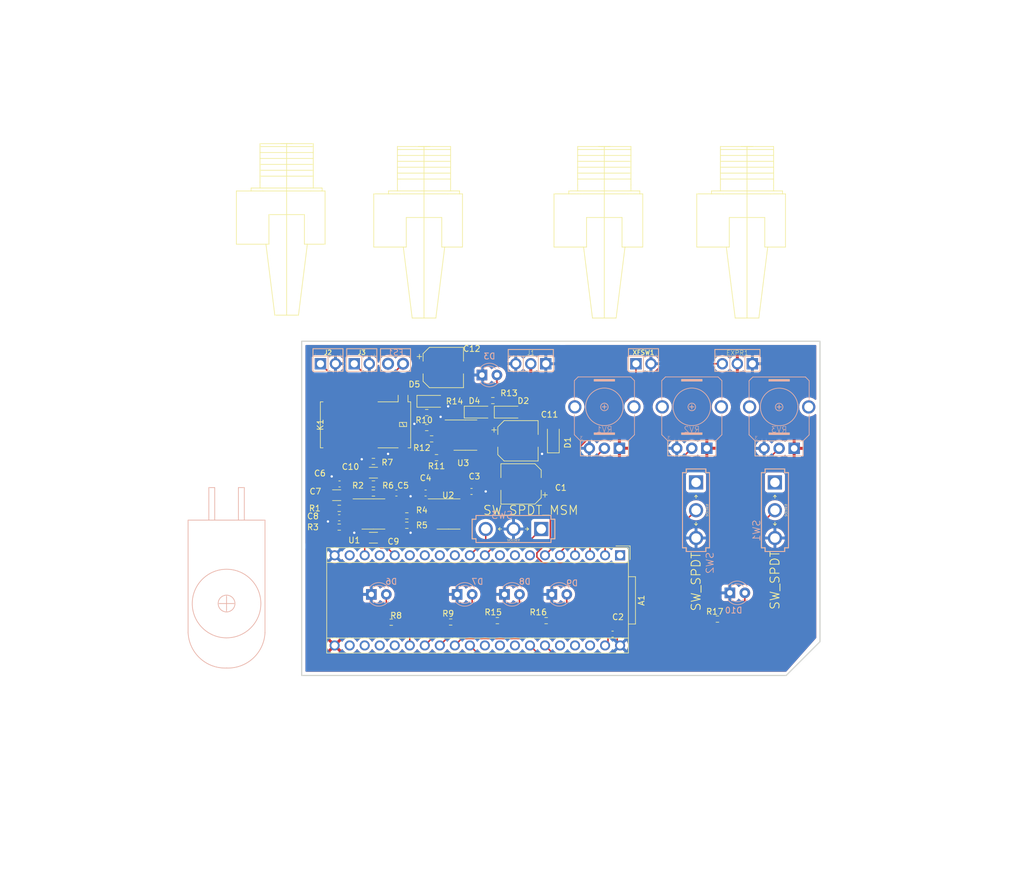
<source format=kicad_pcb>
(kicad_pcb (version 20221018) (generator pcbnew)
  (layers (0 "F.Cu" signal) (31 "B.Cu" signal) (34 "B.Paste" user) (35 "F.Paste" user) (36 "B.SilkS" user "B.Silkscreen") (37 "F.SilkS" user "F.Silkscreen") (38 "B.Mask" user) (39 "F.Mask" user) (44 "Edge.Cuts" user))
  (net 0 "")
  (net 6 "SW3")
  (net 7 "SW4")
  (net 8 "XFS")
  (net 13 "AUDIO_IN")
  (net 15 "AUDIO_OUT")
  (net 17 "GND")
  (net 18 "+3.3VA")
  (net 19 "KNOB1")
  (net 20 "KNOB2")
  (net 21 "KNOB3")
  (net 22 "EXP")
  (net 23 "LED1")
  (net 24 "LED2")
  (net 25 "LED3")
  (net 26 "LED4")
  (net 28 "SW1")
  (net 29 "SW2")
  (net 34 "+3.3VD")
  (net 35 "Net-(D1-A)")
  (net 36 "Net-(D4-K)")
  (net 37 "Net-(D4-A)")
  (net 38 "R+")
  (net 39 "Net-(J2-PadT)")
  (net 40 "Net-(J3-PadT)")
  (net 41 "Net-(U1A-+)")
  (net 42 "Net-(C7-Pad1)")
  (net 43 "Net-(U1B-+)")
  (net 44 "Net-(U1B--)")
  (net 45 "+5V")
  (net 48 "Net-(U3-THR)")
  (net 51 "Net-(C6-Pad1)")
  (net 52 "Net-(C10-Pad1)")
  (net 53 "Net-(C10-Pad2)")
  (net 54 "Net-(C12-Pad1)")
  (net 55 "Net-(D3-A)")
  (net 56 "Net-(D6-A)")
  (net 57 "Net-(D7-A)")
  (net 58 "Net-(D8-A)")
  (net 59 "Net-(D9-A)")
  (net 62 "Net-(K1-Pad3)")
  (net 64 "LED5")
  (net 65 "Net-(D10-A)")
  (net 66 "+9V")
  (footprint "Resistor_SMD:R_0603_1608Metric" (layer "F.Cu") (at 97.6925 133.8675 180)
    (fp_text reference "R8")
    (fp_text value "1k")
  )
  (footprint "Resistor_SMD:R_0603_1608Metric" (layer "F.Cu") (at 103.695 98.425)
    (fp_text reference "R14")
    (fp_text value "R")
  )
  (footprint "Capacitor_SMD:C_0603_1608Metric" (layer "F.Cu") (at 98.565 112.03)
    (fp_text reference "C5")
    (fp_text value "100n")
  )
  (footprint "potentiometers:9MM_METAL_SHAFT" (layer "F.Cu") (at 133.731 104.4575)
    (fp_text reference "RV1")
    (fp_text value "10k" hide)
  )
  (footprint "jacks:2PADS_TS" (layer "F.Cu") (at 86.995 90.17)
    (fp_text reference "J2")
    (fp_text value "AudioJack2" hide)
  )
  (footprint "Diode_SMD:D_SOD-123" (layer "F.Cu") (at 117.475 98.35)
    (fp_text reference "D2")
    (fp_text value "1N5817")
  )
  (footprint "Diode_SMD:D_SOD-123" (layer "F.Cu") (at 125.095 102.87 90)
    (fp_text reference "D1")
    (fp_text value "1N5817" hide)
  )
  (footprint "Capacitor_SMD:C_0603_1608Metric" (layer "F.Cu") (at 135.115 135.89)
    (fp_text reference "C2")
    (fp_text value "100n")
  )
  (footprint "Resistor_SMD:R_0603_1608Metric" (layer "F.Cu") (at 100.33 115.8875 180)
    (fp_text reference "R4")
    (fp_text value "1M")
  )
  (footprint "potentiometers:9MM_METAL_SHAFT" (layer "F.Cu") (at 163.275 104.4725)
    (fp_text reference "RV3")
    (fp_text value "10k" hide)
  )
  (footprint "enclosures:DC_DRILL" (layer "F.Cu") (at 118.11 76.835)
    (fp_text reference "")
    (fp_text value "")
  )
  (footprint "Capacitor_SMD:CP_Elec_6.3x5.4" (layer "F.Cu") (at 119.12 103.2)
    (fp_text reference "C11")
    (fp_text value "XXX")
  )
  (footprint "Package_SO:SOIC-8_3.9x4.9mm_P1.27mm" (layer "F.Cu") (at 110.235 102.235)
    (fp_text reference "U3")
    (fp_text value "LM555xM")
  )
  (footprint "Resistor_SMD:R_0603_1608Metric" (layer "F.Cu") (at 94.68 110.49)
    (fp_text reference "R6")
    (fp_text value "100R")
  )
  (footprint "Resistor_SMD:R_0603_1608Metric" (layer "F.Cu") (at 152.845 133.345028)
    (fp_text reference "R17")
    (fp_text value "1k")
  )
  (footprint "switches:SPST.MOM" (layer "F.Cu") (at 98.425 90.17)
    (fp_text reference "FS1")
    (fp_text value "SW_MEC_5G" hide)
  )
  (footprint "Module:Electrosmith_Daisy_Seed" (layer "F.Cu") (at 136.385 122.555 -90)
    (fp_text reference "A1")
    (fp_text value "Electrosmith_Daisy_Seed_Rev4")
  )
  (footprint "Resistor_SMD:R_0603_1608Metric" (layer "F.Cu") (at 107.739 133.839972)
    (fp_text reference "R9")
    (fp_text value "1k")
  )
  (footprint "Resistor_SMD:R_0603_1608Metric" (layer "F.Cu") (at 105.345 106.045 180)
    (fp_text reference "R11")
    (fp_text value "R")
  )
  (footprint "Capacitor_SMD:CP_Elec_6.3x5.4" (layer "F.Cu") (at 106.495 90.805)
    (fp_text reference "C12")
    (fp_text value "XXX")
  )
  (footprint "switches:SPDT.PINS" (layer "F.Cu") (at 118.364 118.11 -90)
    (fp_text reference "SW3")
    (fp_text value "SW_SPDT_MSM")
  )
  (footprint "Capacitor_SMD:C_0603_1608Metric" (layer "F.Cu") (at 88.95 110.49 180)
    (fp_text reference "C6")
    (fp_text value "100p")
  )
  (footprint "Capacitor_SMD:C_1206_3216Metric" (layer "F.Cu") (at 88.47 112.395)
    (fp_text reference "C7")
    (fp_text value "1u")
  )
  (footprint "jacks:2PADS_TS" (layer "F.Cu") (at 140.335 90.17)
    (fp_text reference "XFSW1")
    (fp_text value "Ext Footswitch" hide)
  )
  (footprint "Capacitor_SMD:C_0603_1608Metric" (layer "F.Cu") (at 111.265 111.76)
    (fp_text reference "C3")
    (fp_text value "100n")
  )
  (footprint "Capacitor_SMD:CP_Elec_6.3x5.4" (layer "F.Cu") (at 119.64 110.49 180)
    (fp_text reference "C1")
    (fp_text value "100u")
  )
  (footprint "Resistor_SMD:R_0603_1608Metric" (layer "F.Cu") (at 94.68 106.68 180)
    (fp_text reference "R7")
    (fp_text value "100k")
  )
  (footprint "Resistor_SMD:R_0603_1608Metric" (layer "F.Cu") (at 100.33 117.475)
    (fp_text reference "R5")
    (fp_text value "1M")
  )
  (footprint "enclosures:MOMENTARY" (layer "F.Cu") (at 69.85 130.712501 -90)
    (fp_text reference "")
    (fp_text value "")
  )
  (footprint "potentiometers:9MM_METAL_SHAFT" (layer "F.Cu") (at 148.51 104.4575)
    (fp_text reference "RV2")
    (fp_text value "10k" hide)
  )
  (footprint "Relay_SMD:Relay_DPDT_Kemet_EE2_NU" (layer "F.Cu") (at 93.345 100.495 -90)
    (fp_text reference "K1")
    (fp_text value "Relay_DPDT")
  )
  (footprint "jacks:LOPRO_TOP" (layer "F.Cu") (at 157.845 61.445)
    (fp_text reference "")
    (fp_text value "")
  )
  (footprint "switches:SPDT.PINS" (layer "F.Cu") (at 149.225 114.935)
    (fp_text reference "SW2")
    (fp_text value "SW_SPDT")
  )
  (footprint "Diode_SMD:D_SOD-123" (layer "F.Cu") (at 112.395 98.35)
    (fp_text reference "D4")
    (fp_text value "1N5817")
  )
  (footprint "Resistor_SMD:R_0603_1608Metric" (layer "F.Cu") (at 103.695 100.965 180)
    (fp_text reference "R10")
    (fp_text value "R")
  )
  (footprint "Capacitor_SMD:C_0603_1608Metric" (layer "F.Cu") (at 88.9 116.205 180)
    (fp_text reference "C8")
    (fp_text value "1n")
  )
  (footprint "Capacitor_SMD:C_0603_1608Metric" (layer "F.Cu") (at 103.505 112.03 180)
    (fp_text reference "C4")
    (fp_text value "100n")
  )
  (footprint "switches:SPDT.PINS" (layer "F.Cu") (at 162.56 114.935)
    (fp_text reference "SW1")
    (fp_text value "SW_SPDT")
  )
  (footprint "jacks:LOPRO_TOP" (layer "F.Cu") (at 80.01 60.96)
    (fp_text reference "")
    (fp_text value "")
  )
  (footprint "Resistor_SMD:R_0603_1608Metric" (layer "F.Cu") (at 94.68 112.03 180)
    (fp_text reference "R2")
    (fp_text value "1M")
  )
  (footprint "Package_SO:SOIC-8_3.9x4.9mm_P1.27mm" (layer "F.Cu") (at 107.38 115.57)
    (fp_text reference "U2")
    (fp_text value "L78L05_SO8")
  )
  (footprint "Capacitor_SMD:C_1206_3216Metric" (layer "F.Cu") (at 94.68 108.585 180)
    (fp_text reference "C10")
    (fp_text value "1u")
  )
  (footprint "Resistor_SMD:R_0603_1608Metric" (layer "F.Cu") (at 88.9 117.7925 180)
    (fp_text reference "R3")
    (fp_text value "1M")
  )
  (footprint "Resistor_SMD:R_0603_1608Metric" (layer "F.Cu") (at 88.9 114.6175 180)
    (fp_text reference "R1")
    (fp_text value "1k")
  )
  (footprint "Capacitor_SMD:C_1206_3216Metric" (layer "F.Cu") (at 94.68 119.58 180)
    (fp_text reference "C9")
    (fp_text value "1u")
  )
  (footprint "Diode_SMD:D_SOD-123" (layer "F.Cu") (at 104.395 96.52)
    (fp_text reference "D5")
    (fp_text value "1N5817")
  )
  (footprint "jacks:2PADS_TS" (layer "F.Cu") (at 92.71 90.17)
    (fp_text reference "J3")
    (fp_text value "AudioJack2" hide)
  )
  (footprint "Resistor_SMD:R_0603_1608Metric" (layer "F.Cu") (at 115.639 133.605)
    (fp_text reference "R15")
    (fp_text value "1k")
  )
  (footprint "Resistor_SMD:R_0603_1608Metric" (layer "F.Cu") (at 114.87 96.4)
    (fp_text reference "R13")
    (fp_text value "R")
  )
  (footprint "Resistor_SMD:R_0603_1608Metric" (layer "F.Cu") (at 104.52 102.87 180)
    (fp_text reference "R12")
    (fp_text value "R")
  )
  (footprint "Package_SO:SOIC-8_3.9x4.9mm_P1.27mm" (layer "F.Cu") (at 94.68 115.57)
    (fp_text reference "U1")
    (fp_text value "TL072")
  )
  (footprint "jacks:LOPRO_TOP" (layer "F.Cu") (at 133.715 61.445)
    (fp_text reference "")
    (fp_text value "")
  )
  (footprint "enclosures:1590BB" (layer "F.Cu") (at 118.11 102.235 -90)
    (fp_text reference "")
    (fp_text value "")
  )
  (footprint "jacks:LOPRO_TOP" (layer "F.Cu") (at 103.235 61.445)
    (fp_text reference "")
    (fp_text value "")
  )
  (footprint "Resistor_SMD:R_0603_1608Metric" (layer "F.Cu") (at 123.884 133.605)
    (fp_text reference "R16")
    (fp_text value "1k")
  )
  (footprint "LED_THT:LED_D3.0mm" (layer "B.Cu") (at 94.3275 129.164972)
    (fp_text reference "D6")
    (fp_text value "LED")
  )
  (footprint "LED_THT:LED_D3.0mm" (layer "B.Cu") (at 113.025 92.075)
    (fp_text reference "D3")
    (fp_text value "LED")
  )
  (footprint "jacks:3PADS" (layer "B.Cu") (at 156.21 90.17 180)
    (fp_text reference "EXPR1")
    (fp_text value "Expression" hide)
  )
  (footprint "LED_THT:LED_D3.0mm" (layer "B.Cu") (at 154.94 128.905)
    (fp_text reference "D10")
    (fp_text value "LED")
  )
  (footprint "LED_THT:LED_D3.0mm" (layer "B.Cu") (at 124.8375 129.16)
    (fp_text reference "D9")
    (fp_text value "LED")
  )
  (footprint "LED_THT:LED_D3.0mm" (layer "B.Cu") (at 116.8375 129.16)
    (fp_text reference "D8")
    (fp_text value "LED")
  )
  (footprint "LED_THT:LED_D3.0mm" (layer "B.Cu") (at 108.8375 129.164972)
    (fp_text reference "D7")
    (fp_text value "LED")
  )
  (footprint "jacks:3PADS" (layer "B.Cu") (at 121.285 90.17 180)
    (fp_text reference "J1")
    (fp_text value "Barrel_Jack_Switch" hide)
  )
  (gr_poly (pts (xy 82.55 86.36) (xy 82.55 142.875) (xy 164.465 142.875) (xy 170.18 137.16) (xy 170.18 86.36)) (stroke (width 0.2)) (fill none) (layer "Edge.Cuts"))
  (segment (start 113.525 122.555) (end 115.287676 120.792324) (width 0.25) (layer "F.Cu") (net 6))
  (segment (start 115.287676 120.792324) (end 120.380676 120.792324) (width 0.25) (layer "F.Cu") (net 6))
  (segment (start 120.380676 120.792324) (end 123.063 118.11) (width 0.25) (layer "F.Cu") (net 6))
  (segment (start 110.985 122.555) (end 113.665 119.875) (width 0.25) (layer "F.Cu") (net 7))
  (segment (start 113.665 119.875) (end 113.665 118.11) (width 0.25) (layer "F.Cu") (net 7))
  (segment (start 125.73 120.51) (end 125.73 106.68) (width 0.25) (layer "F.Cu") (net 8))
  (segment (start 139.065 93.345) (end 139.065 90.17) (width 0.25) (layer "F.Cu") (net 8))
  (segment (start 123.685 122.555) (end 125.73 120.51) (width 0.25) (layer "F.Cu") (net 8))
  (segment (start 125.73 106.68) (end 139.065 93.345) (width 0.25) (layer "F.Cu") (net 8))
  (segment (start 97.015 121.285) (end 95.885 121.285) (width 0.25) (layer "F.Cu") (net 13))
  (segment (start 95.885 121.285) (end 94.615 120.015) (width 0.25) (layer "F.Cu") (net 13))
  (segment (start 94.615 120.015) (end 94.615 116.968249) (width 0.25) (layer "F.Cu") (net 13))
  (segment (start 92.205 114.935) (end 92.205 113.665) (width 0.25) (layer "F.Cu") (net 13))
  (segment (start 98.285 122.555) (end 97.015 121.285) (width 0.25) (layer "F.Cu") (net 13))
  (segment (start 92.205 114.935) (end 92.581751 114.935) (width 0.25) (layer "F.Cu") (net 13))
  (segment (start 92.581751 114.935) (end 94.615 116.968249) (width 0.25) (layer "F.Cu") (net 13))
  (segment (start 93.205 119.58) (end 93.205 122.555) (width 0.25) (layer "F.Cu") (net 15))
  (segment (start 106.4645 96.52) (end 107.315 97.3705) (width 0.25) (layer "F.Cu") (net 17))
  (segment (start 102.87 100.965) (end 102.235 100.965) (width 0.25) (layer "F.Cu") (net 17))
  (segment (start 109.855 114.935) (end 110.231751 114.935) (width 0.25) (layer "F.Cu") (net 17))
  (segment (start 88.075 116.84) (end 86.995 116.84) (width 0.25) (layer "F.Cu") (net 17))
  (segment (start 101.155 117.475) (end 101.155 118.555) (width 0.25) (layer "F.Cu") (net 17))
  (segment (start 88.175 110.49) (end 88.175 109.765) (width 0.25) (layer "F.Cu") (net 17))
  (segment (start 88.075 117.7925) (end 88.075 116.84) (width 0.25) (layer "F.Cu") (net 17))
  (segment (start 93.855 106.68) (end 93.075 106.68) (width 0.25) (layer "F.Cu") (net 17))
  (segment (start 102.73 112.03) (end 101.5105 112.03) (width 0.25) (layer "F.Cu") (net 17))
  (segment (start 103.53 111.23) (end 102.73 112.03) (width 0.25) (layer "F.Cu") (net 17))
  (segment (start 113.025 92.075) (end 110.565 92.075) (width 0.25) (layer "F.Cu") (net 17))
  (segment (start 106.045 96.52) (end 106.4645 96.52) (width 0.25) (layer "F.Cu") (net 17))
  (segment (start 110.231751 114.935) (end 112.04 113.126751) (width 0.25) (layer "F.Cu") (net 17))
  (segment (start 110.565 92.075) (end 109.295 90.805) (width 0.25) (layer "F.Cu") (net 17))
  (segment (start 98.425 105.41) (end 97.155 105.41) (width 0.25) (layer "F.Cu") (net 17))
  (segment (start 93.075 106.68) (end 92.71 106.315) (width 0.25) (layer "F.Cu") (net 17))
  (segment (start 114.935 110.49) (end 113.665 111.76) (width 0.25) (layer "F.Cu") (net 17))
  (segment (start 106.68 113.536751) (end 106.68 113.03) (width 0.25) (layer "F.Cu") (net 17))
  (segment (start 101.155 118.555) (end 100.965 118.745) (width 0.25) (layer "F.Cu") (net 17))
  (segment (start 101.5105 112.03) (end 100.965 112.5755) (width 0.25) (layer "F.Cu") (net 17))
  (segment (start 106.045 99.06) (end 106.045 99.1495) (width 0.25) (layer "F.Cu") (net 17))
  (segment (start 135.89 135.89) (end 135.89 137.3) (width 0.25) (layer "F.Cu") (net 17))
  (segment (start 92.205 117.98) (end 91.44 118.745) (width 0.25) (layer "F.Cu") (net 17))
  (segment (start 135.89 137.3) (end 136.385 137.795) (width 0.25) (layer "F.Cu") (net 17))
  (segment (start 88.175 109.765) (end 87.63 109.22) (width 0.25) (layer "F.Cu") (net 17))
  (segment (start 121.92 103.2) (end 123.19 104.47) (width 0.25) (layer "F.Cu") (net 17))
  (segment (start 88.075 116.84) (end 88.075 116.255) (width 0.25) (layer "F.Cu") (net 17))
  (segment (start 99.695 104.14) (end 98.425 105.41) (width 0.25) (layer "F.Cu") (net 17))
  (segment (start 88.075 116.255) (end 88.125 116.205) (width 0.25) (layer "F.Cu") (net 17))
  (segment (start 107.315 100.33) (end 106.045 99.06) (width 0.25) (layer "F.Cu") (net 17))
  (segment (start 102.235 100.965) (end 101.6 100.33) (width 0.25) (layer "F.Cu") (net 17))
  (segment (start 123.19 104.47) (end 123.19 105.41) (width 0.25) (layer "F.Cu") (net 17))
  (segment (start 104.905 114.935) (end 104.905 116.205) (width 0.25) (layer "F.Cu") (net 17))
  (segment (start 104.905 114.935) (end 105.281751 114.935) (width 0.25) (layer "F.Cu") (net 17))
  (segment (start 105.281751 114.935) (end 106.68 113.536751) (width 0.25) (layer "F.Cu") (net 17))
  (segment (start 116.84 110.49) (end 114.935 110.49) (width 0.25) (layer "F.Cu") (net 17))
  (segment (start 104.88 111.23) (end 103.53 111.23) (width 0.25) (layer "F.Cu") (net 17))
  (segment (start 100.4195 112.03) (end 100.965 112.5755) (width 0.25) (layer "F.Cu") (net 17))
  (segment (start 107.76 100.33) (end 107.315 100.33) (width 0.25) (layer "F.Cu") (net 17))
  (segment (start 112.04 111.76) (end 113.665 111.76) (width 0.25) (layer "F.Cu") (net 17))
  (segment (start 99.34 112.03) (end 100.4195 112.03) (width 0.25) (layer "F.Cu") (net 17))
  (segment (start 109.855 114.935) (end 109.855 116.205) (width 0.25) (layer "F.Cu") (net 17))
  (segment (start 112.04 113.126751) (end 112.04 111.76) (width 0.25) (layer "F.Cu") (net 17))
  (segment (start 106.68 113.03) (end 104.88 111.23) (width 0.25) (layer "F.Cu") (net 17))
  (segment (start 92.205 117.475) (end 92.205 117.98) (width 0.25) (layer "F.Cu") (net 17))
  (via (at 87.63 109.22) (size 0.8) (drill 0.4) (layers "F.Cu" "B.Cu") (net 17))
  (via (at 86.995 116.84) (size 0.8) (drill 0.4) (layers "F.Cu" "B.Cu") (net 17))
  (via (at 107.315 97.3705) (size 0.8) (drill 0.4) (layers "F.Cu" "B.Cu") (net 17))
  (via (at 100.965 118.745) (size 0.8) (drill 0.4) (layers "F.Cu" "B.Cu") (net 17))
  (via (at 100.965 112.5755) (size 0.8) (drill 0.4) (layers "F.Cu" "B.Cu") (net 17))
  (via (at 106.045 99.1495) (size 0.8) (drill 0.4) (layers "F.Cu" "B.Cu") (net 17))
  (via (at 92.71 106.315) (size 0.8) (drill 0.4) (layers "F.Cu" "B.Cu") (net 17))
  (via (at 123.19 105.41) (size 0.8) (drill 0.4) (layers "F.Cu" "B.Cu") (net 17))
  (via (at 97.155 105.41) (size 0.8) (drill 0.4) (layers "F.Cu" "B.Cu") (net 17))
  (via (at 91.44 118.745) (size 0.8) (drill 0.4) (layers "F.Cu" "B.Cu") (net 17))
  (via (at 113.665 111.76) (size 0.8) (drill 0.4) (layers "F.Cu" "B.Cu") (net 17))
  (via (at 101.6 100.33) (size 0.8) (drill 0.4) (layers "F.Cu" "B.Cu") (net 17))
  (segment (start 128.765 122.555) (end 128.765 109.4235) (width 0.25) (layer "F.Cu") (net 19))
  (segment (start 128.765 109.4235) (end 133.731 104.4575) (width 0.25) (layer "F.Cu") (net 19))
  (segment (start 131.305 109.995) (end 134.3025 106.9975) (width 0.25) (layer "F.Cu") (net 20))
  (segment (start 145.97 106.9975) (end 134.3025 106.9975) (width 0.25) (layer "F.Cu") (net 20))
  (segment (start 148.51 104.4575) (end 145.97 106.9975) (width 0.25) (layer "F.Cu") (net 20))
  (segment (start 131.305 122.555) (end 131.305 109.995) (width 0.25) (layer "F.Cu") (net 20))
  (segment (start 135.89 107.95) (end 133.845 109.995) (width 0.25) (layer "F.Cu") (net 21))
  (segment (start 133.845 109.995) (end 133.845 122.555) (width 0.25) (layer "F.Cu") (net 21))
  (segment (start 159.7975 107.95) (end 135.89 107.95) (width 0.25) (layer "F.Cu") (net 21))
  (segment (start 163.275 104.4725) (end 159.7975 107.95) (width 0.25) (layer "F.Cu") (net 21))
  (segment (start 126.225 122.06) (end 127 121.285) (width 0.25) (layer "F.Cu") (net 22))
  (segment (start 126.225 122.555) (end 126.225 122.06) (width 0.25) (layer "F.Cu") (net 22))
  (segment (start 127 121.285) (end 127 106.823881) (width 0.25) (layer "F.Cu") (net 22))
  (segment (start 143.653881 90.17) (end 153.67 90.17) (width 0.25) (layer "F.Cu") (net 22))
  (segment (start 127 106.823881) (end 143.653881 90.17) (width 0.25) (layer "F.Cu") (net 22))
  (segment (start 100.825 136.175) (end 98.5175 133.8675) (width 0.25) (layer "F.Cu") (net 23))
  (segment (start 100.825 137.795) (end 100.825 136.175) (width 0.25) (layer "F.Cu") (net 23))
  (segment (start 106.914 133.839972) (end 106.914 134.246) (width 0.25) (layer "F.Cu") (net 24))
  (segment (start 106.914 134.246) (end 103.365 137.795) (width 0.25) (layer "F.Cu") (net 24))
  (segment (start 114.814 133.605) (end 112.529 135.89) (width 0.25) (layer "F.Cu") (net 25))
  (segment (start 112.529 135.89) (end 107.81 135.89) (width 0.25) (layer "F.Cu") (net 25))
  (segment (start 107.81 135.89) (end 105.905 137.795) (width 0.25) (layer "F.Cu") (net 25))
  (segment (start 109.62 136.62) (end 108.445 137.795) (width 0.25) (layer "F.Cu") (net 26))
  (segment (start 123.059 133.605) (end 120.044 136.62) (width 0.25) (layer "F.Cu") (net 26))
  (segment (start 120.044 136.62) (end 109.62 136.62) (width 0.25) (layer "F.Cu") (net 26))
  (segment (start 121.145 137.795) (end 123.685 140.335) (width 0.25) (layer "F.Cu") (net 28))
  (segment (start 123.685 140.335) (end 141.605 140.335) (width 0.25) (layer "F.Cu") (net 28))
  (segment (start 141.605 140.335) (end 152.4 129.54) (width 0.25) (layer "F.Cu") (net 28))
  (segment (start 152.4 125.095) (end 152.4 129.54) (width 0.25) (layer "F.Cu") (net 28))
  (segment (start 162.56 114.935) (end 152.4 125.095) (width 0.25) (layer "F.Cu") (net 28))
  (segment (start 137.795 139.7) (end 147.32 130.175) (width 0.25) (layer "F.Cu") (net 29))
  (segment (start 147.32 130.175) (end 147.32 116.84) (width 0.25) (layer "F.Cu") (net 29))
  (segment (start 147.32 116.84) (end 149.225 114.935) (width 0.25) (layer "F.Cu") (net 29))
  (segment (start 123.685 137.795) (end 125.59 139.7) (width 0.25) (layer "F.Cu") (net 29))
  (segment (start 125.59 139.7) (end 137.795 139.7) (width 0.25) (layer "F.Cu") (net 29))
  (segment (start 121.285 90.17) (end 121.285 98.425) (width 0.5) (layer "F.Cu") (net 35))
  (segment (start 119.125 98.35) (end 121.21 98.35) (width 0.5) (layer "F.Cu") (net 35))
  (segment (start 121.285 98.425) (end 124.08 101.22) (width 0.5) (layer "F.Cu") (net 35))
  (segment (start 124.08 101.22) (end 125.095 101.22) (width 0.5) (layer "F.Cu") (net 35))
  (segment (start 121.21 98.35) (end 121.285 98.425) (width 0.25) (layer "F.Cu") (net 35))
  (segment (start 104.52 98.425) (end 110.745 98.425) (width 0.25) (layer "F.Cu") (net 36))
  (segment (start 114.045 98.35) (end 114.045 96.4) (width 0.25) (layer "F.Cu") (net 37))
  (segment (start 107.76 102.87) (end 105.345 102.87) (width 0.25) (layer "F.Cu") (net 37))
  (segment (start 102.87 96.975) (end 102.745 96.85) (width 0.25) (layer "F.Cu") (net 38))
  (segment (start 102.745 96.52) (end 99.695 96.52) (width 0.25) (layer "F.Cu") (net 38))
  (segment (start 102.87 98.425) (end 102.87 96.975) (width 0.25) (layer "F.Cu") (net 38))
  (segment (start 85.725 90.17) (end 92.075 96.52) (width 0.25) (layer "F.Cu") (net 39))
  (segment (start 92.075 96.52) (end 92.075 96.85) (width 0.25) (layer "F.Cu") (net 39))
  (segment (start 95.495 94.225) (end 95.495 100.72) (width 0.25) (layer "F.Cu") (net 40))
  (segment (start 95.495 100.72) (end 92.075 104.14) (width 0.25) (layer "F.Cu") (net 40))
  (segment (start 91.44 90.17) (end 95.495 94.225) (width 0.25) (layer "F.Cu") (net 40))
  (segment (start 93.855 112.52) (end 93.345 113.03) (width 0.25) (layer "F.Cu") (net 41))
  (segment (start 93.345 113.03) (end 91.193249 113.03) (width 0.25) (layer "F.Cu") (net 41))
  (segment (start 92.205 116.205) (end 89.675 116.205) (width 0.25) (layer "F.Cu") (net 41))
  (segment (start 89.675 116.205) (end 89.675 117.7425) (width 0.25) (layer "F.Cu") (net 41))
  (segment (start 89.675 116.205) (end 89.675 114.6675) (width 0.25) (layer "F.Cu") (net 41))
  (segment (start 89.725 114.498249) (end 91.193249 113.03) (width 0.25) (layer "F.Cu") (net 41))
  (segment (start 93.855 112.03) (end 93.855 112.52) (width 0.25) (layer "F.Cu") (net 41))
  (segment (start 89.675 117.7425) (end 89.725 117.7925) (width 0.25) (layer "F.Cu") (net 41))
  (segment (start 89.725 114.6175) (end 89.725 114.498249) (width 0.25) (layer "F.Cu") (net 41))
  (segment (start 89.675 114.6675) (end 89.725 114.6175) (width 0.25) (layer "F.Cu") (net 41))
  (segment (start 88.075 113.475) (end 86.995 112.395) (width 0.25) (layer "F.Cu") (net 42))
  (segment (start 88.075 114.6175) (end 88.075 113.475) (width 0.25) (layer "F.Cu") (net 42))
  (segment (start 96.155 119.58) (end 96.155 118.475) (width 0.25) (layer "F.Cu") (net 43))
  (segment (start 99.505 117.475) (end 97.155 117.475) (width 0.25) (layer "F.Cu") (net 43))
  (segment (start 96.155 118.475) (end 97.155 117.475) (width 0.25) (layer "F.Cu") (net 43))
  (segment (start 99.505 115.8875) (end 99.505 117.475) (width 0.25) (layer "F.Cu") (net 43))
  (segment (start 95.505 110.49) (end 94.78 111.215) (width 0.25) (layer "F.Cu") (net 44))
  (segment (start 94.78 112.936751) (end 96.77825 114.935) (width 0.25) (layer "F.Cu") (net 44))
  (segment (start 96.77825 114.935) (end 97.155 114.935) (width 0.25) (layer "F.Cu") (net 44))
  (segment (start 97.155 116.205) (end 97.155 114.935) (width 0.25) (layer "F.Cu") (net 44))
  (segment (start 94.78 112.936751) (end 94.78 111.215) (width 0.25) (layer "F.Cu") (net 44))
  (segment (start 97.155 112.665) (end 97.79 112.03) (width 0.25) (layer "F.Cu") (net 45))
  (segment (start 95.505 112.65) (end 96.52 113.665) (width 0.25) (layer "F.Cu") (net 45))
  (segment (start 95.505 112.03) (end 95.505 112.65) (width 0.25) (layer "F.Cu") (net 45))
  (segment (start 96.52 113.665) (end 97.155 113.665) (width 0.25) (layer "F.Cu") (net 45))
  (segment (start 101.155 113.855) (end 101.155 115.8875) (width 0.25) (layer "F.Cu") (net 45))
  (segment (start 97.155 113.665) (end 97.155 112.665) (width 0.25) (layer "F.Cu") (net 45))
  (segment (start 100.965 113.665) (end 101.155 113.855) (width 0.25) (layer "F.Cu") (net 45))
  (segment (start 100.965 113.665) (end 97.155 113.665) (width 0.25) (layer "F.Cu") (net 45))
  (segment (start 104.905 112.655) (end 104.28 112.03) (width 0.25) (layer "F.Cu") (net 45))
  (segment (start 104.905 113.665) (end 100.965 113.665) (width 0.25) (layer "F.Cu") (net 45))
  (segment (start 104.905 113.665) (end 104.905 112.655) (width 0.25) (layer "F.Cu") (net 45))
  (segment (start 107.76 101.6) (end 106.68 101.6) (width 0.25) (layer "F.Cu") (net 48))
  (segment (start 104.52 100.965) (end 104.52 104.14) (width 0.25) (layer "F.Cu") (net 48))
  (segment (start 104.52 106.045) (end 104.52 104.14) (width 0.25) (layer "F.Cu") (net 48))
  (segment (start 103.747538 104.14) (end 104.52 104.14) (width 0.25) (layer "F.Cu") (net 48))
  (segment (start 98.425 98.817462) (end 103.747538 104.14) (width 0.25) (layer "F.Cu") (net 48))
  (segment (start 106.035 103.515) (end 105.41 104.14) (width 0.25) (layer "F.Cu") (net 48))
  (segment (start 99.695 90.17) (end 98.425 91.44) (width 0.25) (layer "F.Cu") (net 48))
  (segment (start 105.41 104.14) (end 104.52 104.14) (width 0.25) (layer "F.Cu") (net 48))
  (segment (start 106.045 100.965) (end 104.52 100.965) (width 0.25) (layer "F.Cu") (net 48))
  (segment (start 112.71 102.87) (end 112.065 103.515) (width 0.25) (layer "F.Cu") (net 48))
  (segment (start 106.68 101.6) (end 106.045 100.965) (width 0.25) (layer "F.Cu") (net 48))
  (segment (start 112.065 103.515) (end 106.035 103.515) (width 0.25) (layer "F.Cu") (net 48))
  (segment (start 98.425 91.44) (end 98.425 98.817462) (width 0.25) (layer "F.Cu") (net 48))
  (segment (start 89.945 110.71) (end 89.725 110.49) (width 0.25) (layer "F.Cu") (net 51))
  (segment (start 88.655 97.73) (end 89.535 96.85) (width 0.25) (layer "F.Cu") (net 51))
  (segment (start 89.945 112.395) (end 89.945 110.71) (width 0.25) (layer "F.Cu") (net 51))
  (segment (start 88.655 109.42) (end 88.655 97.73) (width 0.25) (layer "F.Cu") (net 51))
  (segment (start 89.725 110.49) (end 88.655 109.42) (width 0.25) (layer "F.Cu") (net 51))
  (segment (start 96.155 107.33) (end 95.505 106.68) (width 0.25) (layer "F.Cu") (net 52))
  (segment (start 95.505 106.68) (end 95.505 105.03) (width 0.25) (layer "F.Cu") (net 52))
  (segment (start 94.615 104.14) (end 95.505 105.03) (width 0.25) (layer "F.Cu") (net 52))
  (segment (start 96.155 108.585) (end 96.155 107.33) (width 0.25) (layer "F.Cu") (net 52))
  (segment (start 93.855 110.49) (end 93.855 109.235) (width 0.25) (layer "F.Cu") (net 53))
  (segment (start 93.855 109.235) (end 93.205 108.585) (width 0.25) (layer "F.Cu") (net 53))
  (segment (start 103.695 102.87) (end 103.695 90.805) (width 0.25) (layer "F.Cu") (net 54))
  (segment (start 115.695 96.4) (end 115.565 96.27) (width 0.25) (layer "F.Cu") (net 55))
  (segment (start 115.565 96.27) (end 115.565 92.075) (width 0.25) (layer "F.Cu") (net 55))
  (segment (start 96.8675 133.8675) (end 96.8675 129.164972) (width 0.25) (layer "F.Cu") (net 56))
  (segment (start 108.564 133.839972) (end 111.3775 131.026472) (width 0.25) (layer "F.Cu") (net 57))
  (segment (start 111.3775 131.026472) (end 111.3775 129.164972) (width 0.25) (layer "F.Cu") (net 57))
  (segment (start 116.585 133.605) (end 119.38 130.81) (width 0.25) (layer "F.Cu") (net 58))
  (segment (start 119.38 130.81) (end 119.3775 130.8075) (width 0.25) (layer "F.Cu") (net 58))
  (segment (start 116.464 133.605) (end 116.585 133.605) (width 0.25) (layer "F.Cu") (net 58))
  (segment (start 119.3775 130.8075) (end 119.3775 129.16) (width 0.25) (layer "F.Cu") (net 58))
  (segment (start 124.84 133.605) (end 127.3775 131.0675) (width 0.25) (layer "F.Cu") (net 59))
  (segment (start 127.3775 131.0675) (end 127.3775 129.16) (width 0.25) (layer "F.Cu") (net 59))
  (segment (start 124.709 133.605) (end 124.84 133.605) (width 0.25) (layer "F.Cu") (net 59))
  (segment (start 89.535 104.14) (end 89.535 102.87) (width 0.25) (layer "F.Cu") (net 62))
  (segment (start 89.535 102.87) (end 94.615 97.79) (width 0.25) (layer "F.Cu") (net 62))
  (segment (start 94.615 97.79) (end 94.615 96.85) (width 0.25) (layer "F.Cu") (net 62))
  (segment (start 152.02 133.345028) (end 151.134972 133.345028) (width 0.25) (layer "F.Cu") (net 64))
  (segment (start 143.51 140.97) (end 114.16 140.97) (width 0.25) (layer "F.Cu") (net 64))
  (segment (start 151.134972 133.345028) (end 143.51 140.97) (width 0.25) (layer "F.Cu") (net 64))
  (segment (start 114.16 140.97) (end 110.985 137.795) (width 0.25) (layer "F.Cu") (net 64))
  (segment (start 153.67 133.345028) (end 154.309972 133.345028) (width 0.25) (layer "F.Cu") (net 65))
  (segment (start 154.309972 133.345028) (end 157.48 130.175) (width 0.25) (layer "F.Cu") (net 65))
  (segment (start 157.48 130.175) (end 157.48 128.905) (width 0.25) (layer "F.Cu") (net 65))
  (segment (start 114.755 104.765) (end 116.32 103.2) (width 0.25) (layer "F.Cu") (net 66))
  (segment (start 107.76 104.455) (end 107.76 104.14) (width 0.25) (layer "F.Cu") (net 66))
  (segment (start 112.71 100.33) (end 115.825 100.33) (width 0.25) (layer "F.Cu") (net 66))
  (segment (start 125.095 104.52) (end 125.095 107.835) (width 0.25) (layer "F.Cu") (net 66))
  (segment (start 124.588 119.887) (end 122.32 122.155) (width 0.25) (layer "F.Cu") (net 66))
  (segment (start 110.49 113.03) (end 109.855 113.665) (width 0.25) (layer "F.Cu") (net 66))
  (segment (start 122.44 110.49) (end 123.075 110.49) (width 0.25) (layer "F.Cu") (net 66))
  (segment (start 108.385 104.765) (end 114.755 104.765) (width 0.25) (layer "F.Cu") (net 66))
  (segment (start 134.34 130.53) (end 127.635 123.825) (width 0.25) (layer "F.Cu") (net 66))
  (segment (start 122.32 122.155) (end 122.32 122.851701) (width 0.25) (layer "F.Cu") (net 66))
  (segment (start 124.588 112.003) (end 124.588 119.887) (width 0.25) (layer "F.Cu") (net 66))
  (segment (start 134.34 135.89) (end 134.34 130.53) (width 0.25) (layer "F.Cu") (net 66))
  (segment (start 108.385 104.765) (end 107.76 104.14) (width 0.25) (layer "F.Cu") (net 66))
  (segment (start 115.825 98.35) (end 115.825 100.33) (width 0.25) (layer "F.Cu") (net 66))
  (segment (start 110.49 111.76) (end 110.49 113.03) (width 0.25) (layer "F.Cu") (net 66))
  (segment (start 125.095 107.835) (end 122.44 110.49) (width 0.25) (layer "F.Cu") (net 66))
  (segment (start 115.825 102.705) (end 116.32 103.2) (width 0.25) (layer "F.Cu") (net 66))
  (segment (start 115.825 100.33) (end 115.825 102.705) (width 0.25) (layer "F.Cu") (net 66))
  (segment (start 106.17 106.045) (end 107.76 104.455) (width 0.25) (layer "F.Cu") (net 66))
  (segment (start 122.32 122.851701) (end 123.293299 123.825) (width 0.25) (layer "F.Cu") (net 66))
  (segment (start 134.34 137.3) (end 133.845 137.795) (width 0.25) (layer "F.Cu") (net 66))
  (segment (start 123.293299 123.825) (end 127.635 123.825) (width 0.25) (layer "F.Cu") (net 66))
  (segment (start 134.34 135.89) (end 134.34 137.3) (width 0.25) (layer "F.Cu") (net 66))
  (segment (start 123.075 110.49) (end 124.588 112.003) (width 0.25) (layer "F.Cu") (net 66))
  (zone (net 66) (net_name "+9V") (layer "F.Cu") (priority 1) (connect_pads (clearance 0.5)) (min_thickness 0.25) (fill yes (thermal_gap 0.5) (thermal_bridge_width 0.5))
    (polygon (pts (xy 83.185 86.995) (xy 126.365 86.995) (xy 126.365 114.935) (xy 111.125 114.935) (xy 111.125 120.65) (xy 83.185 120.65)))
  )
  (zone (net 18) (net_name "+3.3VA") (layer "F.Cu") (connect_pads (clearance 0.5)) (min_thickness 0.25) (fill yes (thermal_gap 0.5) (thermal_bridge_width 0.5))
    (polygon (pts (xy 127 86.995) (xy 169.545 86.995) (xy 169.545 136.525) (xy 164.465 142.24) (xy 83.185 142.24) (xy 83.185 121.285) (xy 111.76 121.285) (xy 111.76 115.57) (xy 127 115.57)))
  )
  (zone (net 17) (net_name "GND") (layer "B.Cu") (priority 2) (connect_pads (clearance 0.5)) (min_thickness 0.25) (fill yes (thermal_gap 0.5) (thermal_bridge_width 0.5))
    (polygon (pts (xy 83.185 86.995) (xy 169.545 86.995) (xy 169.545 136.525) (xy 164.465 142.24) (xy 83.185 142.24)))
  )
)
</source>
